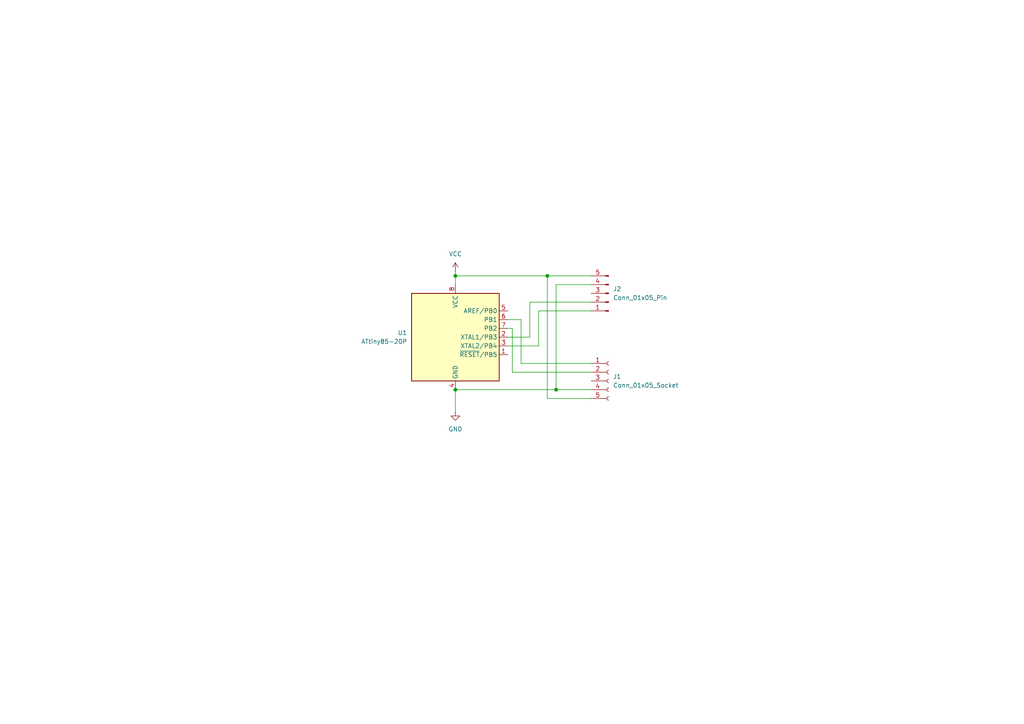
<source format=kicad_sch>
(kicad_sch (version 20230121) (generator eeschema)
  (paper "A4")
  (lib_symbols
    (symbol "Connector:Conn_01x05_Pin" (pin_names (offset 1.016) hide)
      (property "Reference" "J" (at 0 7.62 0))
      (property "Value" "Conn_01x05_Pin" (at 0 -7.62 0))
      (symbol "Conn_01x05_Pin_1_1"
        (polyline (pts (xy 1.27 -5.08) (xy 0.8636 -5.08)) (stroke (width 0.1524)))
        (polyline (pts (xy 1.27 -2.54) (xy 0.8636 -2.54)) (stroke (width 0.1524)))
        (polyline (pts (xy 1.27 0) (xy 0.8636 0)) (stroke (width 0.1524)))
        (polyline (pts (xy 1.27 2.54) (xy 0.8636 2.54)) (stroke (width 0.1524)))
        (polyline (pts (xy 1.27 5.08) (xy 0.8636 5.08)) (stroke (width 0.1524)))
        (rectangle (start 0.8636 -4.953) (end 0 -5.207) (stroke (width 0.1524)) (fill (type outline)))
        (rectangle (start 0.8636 -2.413) (end 0 -2.667) (stroke (width 0.1524)) (fill (type outline)))
        (rectangle (start 0.8636 0.127) (end 0 -0.127) (stroke (width 0.1524)) (fill (type outline)))
        (rectangle (start 0.8636 2.667) (end 0 2.413) (stroke (width 0.1524)) (fill (type outline)))
        (rectangle (start 0.8636 5.207) (end 0 4.953) (stroke (width 0.1524)) (fill (type outline)))
        (pin passive line (at 5.08 5.08 180) (length 3.81) (name "Pin_1") (number "1"))
        (pin passive line (at 5.08 2.54 180) (length 3.81) (name "Pin_2") (number "2"))
        (pin passive line (at 5.08 0 180) (length 3.81) (name "Pin_3") (number "3"))
        (pin passive line (at 5.08 -2.54 180) (length 3.81) (name "Pin_4") (number "4"))
        (pin passive line (at 5.08 -5.08 180) (length 3.81) (name "Pin_5") (number "5"))
      )
    )
    (symbol "Connector:Conn_01x05_Socket" (pin_names (offset 1.016) hide)
      (property "Reference" "J" (at 0 7.62 0))
      (property "Value" "Conn_01x05_Socket" (at 0 -7.62 0))
      (symbol "Conn_01x05_Socket_1_1"
        (arc (start 0 -4.572) (mid -0.5058 -5.08) (end 0 -5.588) (stroke (width 0.1524)))
        (arc (start 0 -2.032) (mid -0.5058 -2.54) (end 0 -3.048) (stroke (width 0.1524)))
        (polyline (pts (xy -1.27 -5.08) (xy -0.508 -5.08)) (stroke (width 0.1524)))
        (polyline (pts (xy -1.27 -2.54) (xy -0.508 -2.54)) (stroke (width 0.1524)))
        (polyline (pts (xy -1.27 0) (xy -0.508 0)) (stroke (width 0.1524)))
        (polyline (pts (xy -1.27 2.54) (xy -0.508 2.54)) (stroke (width 0.1524)))
        (polyline (pts (xy -1.27 5.08) (xy -0.508 5.08)) (stroke (width 0.1524)))
        (arc (start 0 0.508) (mid -0.5058 0) (end 0 -0.508) (stroke (width 0.1524)))
        (arc (start 0 3.048) (mid -0.5058 2.54) (end 0 2.032) (stroke (width 0.1524)))
        (arc (start 0 5.588) (mid -0.5058 5.08) (end 0 4.572) (stroke (width 0.1524)))
        (pin passive line (at -5.08 5.08 0) (length 3.81) (name "Pin_1") (number "1"))
        (pin passive line (at -5.08 2.54 0) (length 3.81) (name "Pin_2") (number "2"))
        (pin passive line (at -5.08 0 0) (length 3.81) (name "Pin_3") (number "3"))
        (pin passive line (at -5.08 -2.54 0) (length 3.81) (name "Pin_4") (number "4"))
        (pin passive line (at -5.08 -5.08 0) (length 3.81) (name "Pin_5") (number "5"))
      )
    )
    (symbol "MCU_Microchip_ATtiny:ATtiny85-20P"
      (property "Reference" "U" (at -12.7 13.97 0))
      (property "Value" "ATtiny85-20P" (at 2.54 -13.97 0))
      (symbol "ATtiny85-20P_0_1"
        (rectangle (start -12.7 -12.7) (end 12.7 12.7) (stroke (width 0.254)) (fill (type background)))
      )
      (symbol "ATtiny85-20P_1_1"
        (pin bidirectional line (at 15.24 -5.08 180) (length 2.54) (name "~{RESET}/PB5") (number "1"))
        (pin bidirectional line (at 15.24 0 180) (length 2.54) (name "XTAL1/PB3") (number "2"))
        (pin bidirectional line (at 15.24 -2.54 180) (length 2.54) (name "XTAL2/PB4") (number "3"))
        (pin power_in line (at 0 -15.24 90) (length 2.54) (name "GND") (number "4"))
        (pin bidirectional line (at 15.24 7.62 180) (length 2.54) (name "AREF/PB0") (number "5"))
        (pin bidirectional line (at 15.24 5.08 180) (length 2.54) (name "PB1") (number "6"))
        (pin bidirectional line (at 15.24 2.54 180) (length 2.54) (name "PB2") (number "7"))
        (pin power_in line (at 0 15.24 270) (length 2.54) (name "VCC") (number "8"))
      )
    )
    (symbol "power:GND" (power) (pin_names (offset 0))
      (property "Value" "GND" (at 0 -3.81 0))
      (symbol "GND_0_1"
        (polyline (pts (xy 0 0) (xy 0 -1.27) (xy 1.27 -1.27) (xy 0 -2.54) (xy -1.27 -1.27) (xy 0 -1.27)))
      )
      (symbol "GND_1_1"
        (pin power_in line (at 0 0 270) (length 0) hide (name "GND") (number "1"))
      )
    )
    (symbol "power:VCC" (power) (pin_names (offset 0))
      (property "Value" "VCC" (at 0 3.81 0))
      (symbol "VCC_0_1"
        (polyline (pts (xy -0.762 1.27) (xy 0 2.54)))
        (polyline (pts (xy 0 0) (xy 0 2.54)))
        (polyline (pts (xy 0 2.54) (xy 0.762 1.27)))
      )
      (symbol "VCC_1_1"
        (pin power_in line (at 0 0 90) (length 0) hide (name "VCC") (number "1"))
      )
    )
  )
  (junction (at 158.75 80.01))
  (junction (at 161.29 113.03))
  (junction (at 132.08 113.03))
  (junction (at 132.08 80.01))
  (wire (pts (xy 147.32 95.25) (xy 148.59 95.25)))
  (wire (pts (xy 147.32 92.71) (xy 151.13 92.71)))
  (wire (pts (xy 153.67 97.79) (xy 153.67 87.63)))
  (wire (pts (xy 132.08 113.03) (xy 132.08 119.38)))
  (wire (pts (xy 147.32 97.79) (xy 153.67 97.79)))
  (wire (pts (xy 161.29 82.55) (xy 161.29 113.03)))
  (wire (pts (xy 171.45 115.57) (xy 158.75 115.57)))
  (wire (pts (xy 156.21 100.33) (xy 156.21 90.17)))
  (wire (pts (xy 156.21 90.17) (xy 171.45 90.17)))
  (wire (pts (xy 132.08 80.01) (xy 132.08 82.55)))
  (wire (pts (xy 148.59 95.25) (xy 148.59 107.95)))
  (wire (pts (xy 132.08 78.74) (xy 132.08 80.01)))
  (wire (pts (xy 171.45 82.55) (xy 161.29 82.55)))
  (wire (pts (xy 161.29 113.03) (xy 171.45 113.03)))
  (wire (pts (xy 132.08 113.03) (xy 161.29 113.03)))
  (wire (pts (xy 158.75 80.01) (xy 158.75 115.57)))
  (wire (pts (xy 151.13 105.41) (xy 171.45 105.41)))
  (wire (pts (xy 158.75 80.01) (xy 171.45 80.01)))
  (wire (pts (xy 132.08 80.01) (xy 158.75 80.01)))
  (wire (pts (xy 153.67 87.63) (xy 171.45 87.63)))
  (wire (pts (xy 151.13 92.71) (xy 151.13 105.41)))
  (wire (pts (xy 147.32 100.33) (xy 156.21 100.33)))
  (wire (pts (xy 148.59 107.95) (xy 171.45 107.95)))
  (symbol (lib_id "MCU_Microchip_ATtiny:ATtiny85-20P") (at 132.08 97.79 0) (unit 1)
    (property "Reference" "U1" (at 118.11 96.52 0) (effects (justify right)))
    (property "Value" "ATtiny85-20P" (at 118.11 99.06 0) (effects (justify right)))
    (property "Footprint" "Package_DIP:DIP-8_W7.62mm" (effects hide))
    (property "Datasheet" "http://ww1.microchip.com/downloads/en/DeviceDoc/atmel-2586-avr-8-bit-microcontroller-attiny25-attiny45-attiny85_datasheet.pdf" (effects hide))
  )
  (symbol (lib_id "Connector:Conn_01x05_Socket") (at 176.53 110.49 0) (unit 1)
    (property "Reference" "J1" (at 177.8 109.22 0) (effects (justify left)))
    (property "Value" "Conn_01x05_Socket" (at 177.8 111.76 0) (effects (justify left)))
    (property "Footprint" "Connector_PinSocket_2.54mm:PinSocket_1x05_P2.54mm_Vertical" (effects hide))
  )
  (symbol (lib_id "Connector:Conn_01x05_Pin") (at 176.53 85.09 180) (unit 1)
    (property "Reference" "J2" (at 177.8 83.82 0) (effects (justify right)))
    (property "Value" "Conn_01x05_Pin" (at 177.8 86.36 0) (effects (justify right)))
    (property "Footprint" "Connector_PinHeader_2.54mm:PinHeader_1x05_P2.54mm_Horizontal" (effects hide))
  )
  (symbol (lib_id "power:GND") (at 132.08 119.38 0) (unit 1)
    (property "Reference" "#PWR02" (effects hide))
    (property "Value" "GND" (at 132.08 124.46 0))
  )
  (symbol (lib_id "power:VCC") (at 132.08 78.74 0) (unit 1)
    (property "Reference" "#PWR01" (effects hide))
    (property "Value" "VCC" (at 132.08 73.66 0))
  )
)
</source>
